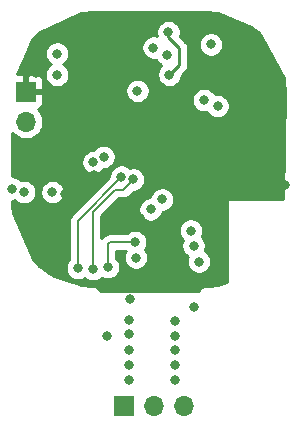
<source format=gbr>
G04 #@! TF.GenerationSoftware,KiCad,Pcbnew,(5.1.5)-3*
G04 #@! TF.CreationDate,2021-08-20T07:44:16+02:00*
G04 #@! TF.ProjectId,nRF52832_qfaa,6e524635-3238-4333-925f-716661612e6b,rev?*
G04 #@! TF.SameCoordinates,Original*
G04 #@! TF.FileFunction,Copper,L2,Inr*
G04 #@! TF.FilePolarity,Positive*
%FSLAX46Y46*%
G04 Gerber Fmt 4.6, Leading zero omitted, Abs format (unit mm)*
G04 Created by KiCad (PCBNEW (5.1.5)-3) date 2021-08-20 07:44:16*
%MOMM*%
%LPD*%
G04 APERTURE LIST*
%ADD10O,1.700000X1.700000*%
%ADD11R,1.700000X1.700000*%
%ADD12C,0.908000*%
%ADD13C,0.800000*%
%ADD14C,0.250000*%
%ADD15C,0.200000*%
%ADD16C,0.254000*%
G04 APERTURE END LIST*
D10*
X136271000Y-103632000D03*
D11*
X136271000Y-101092000D03*
D10*
X149631400Y-127685800D03*
X147091400Y-127685800D03*
D11*
X144551400Y-127685800D03*
D12*
X151301100Y-107803600D03*
X151301100Y-106603600D03*
X151301100Y-105403600D03*
X151301100Y-104203600D03*
X150101100Y-107803600D03*
X150101100Y-106603600D03*
X150101100Y-105403600D03*
X150101100Y-104203600D03*
X148901100Y-107803600D03*
X148901100Y-106603600D03*
X148901100Y-105403600D03*
X148901100Y-104203600D03*
X147701100Y-107803600D03*
X147701100Y-106603600D03*
X147701100Y-105403600D03*
X147701100Y-104203600D03*
D13*
X148259800Y-97967800D03*
X148412200Y-99669600D03*
X143992600Y-112090200D03*
X142901100Y-102303600D03*
X152401100Y-99303600D03*
X156801100Y-102703600D03*
X156801100Y-103703600D03*
X143401100Y-103503600D03*
X157601100Y-102303600D03*
X153501100Y-99303600D03*
X154254200Y-107950000D03*
X154254200Y-108966000D03*
X154254200Y-109905800D03*
X156946600Y-109855000D03*
X156946600Y-107975400D03*
X158191200Y-108966000D03*
X156946600Y-106908600D03*
X156210000Y-105994200D03*
X155321000Y-105105200D03*
X154254200Y-106883200D03*
X154601100Y-99103600D03*
X139598400Y-109728000D03*
X145973800Y-111760000D03*
X141224000Y-105460800D03*
X137363200Y-114147600D03*
X143611600Y-117221000D03*
X142011400Y-108127800D03*
X143179800Y-121742200D03*
X145059400Y-118668800D03*
X144983200Y-125501400D03*
X144983200Y-122961400D03*
X144983200Y-121615200D03*
X151084000Y-99004400D03*
X151257000Y-95275400D03*
X137160000Y-99466400D03*
X138404600Y-102565200D03*
X149860000Y-101346000D03*
X152501100Y-102303600D03*
X138506200Y-109601000D03*
X146837400Y-111048800D03*
X145592800Y-115138200D03*
X141986000Y-107061000D03*
X144983200Y-120421400D03*
X145719800Y-101015800D03*
X148920200Y-120472200D03*
X148920200Y-121742200D03*
X148920200Y-125526800D03*
X150545800Y-119354600D03*
X150926800Y-115468400D03*
X148920200Y-122961400D03*
X150469600Y-114147600D03*
X150241000Y-112852200D03*
X148920200Y-124256800D03*
X144983200Y-124231400D03*
X138912600Y-97869600D03*
X147066000Y-97358200D03*
X151942800Y-97078800D03*
X138912600Y-99669600D03*
X148336000Y-96037400D03*
X147802600Y-110210600D03*
X135077200Y-109296200D03*
X151358600Y-101803200D03*
X143205200Y-115951000D03*
X145516600Y-113817400D03*
X141935200Y-116103400D03*
X145338800Y-108508800D03*
X140665200Y-116027200D03*
X144348200Y-108280200D03*
X142849600Y-106603800D03*
X136118600Y-109601000D03*
D14*
X148336000Y-96037400D02*
X148336000Y-96494600D01*
X148336000Y-96494600D02*
X149250400Y-97409000D01*
X149250400Y-98831400D02*
X148412200Y-99669600D01*
X149250400Y-97409000D02*
X149250400Y-98831400D01*
D15*
X145516600Y-113817400D02*
X143357600Y-113817400D01*
X143205200Y-113969800D02*
X143205200Y-115951000D01*
X143357600Y-113817400D02*
X143205200Y-113969800D01*
X143840200Y-109397800D02*
X141935200Y-111302800D01*
X145338800Y-108585000D02*
X144526000Y-109397800D01*
X144526000Y-109397800D02*
X143840200Y-109397800D01*
X145338800Y-108508800D02*
X145338800Y-108585000D01*
X141935200Y-111302800D02*
X141935200Y-116103400D01*
X140665200Y-112014000D02*
X140665200Y-116027200D01*
X144348200Y-108280200D02*
X144348200Y-108331000D01*
X144348200Y-108331000D02*
X140665200Y-112014000D01*
D16*
G36*
X152413603Y-94407955D02*
G01*
X152546081Y-94437203D01*
X155314759Y-95571360D01*
X155927698Y-96039141D01*
X156116582Y-96232359D01*
X158101050Y-99967830D01*
X158165605Y-100295355D01*
X158216679Y-101107667D01*
X158077042Y-110134400D01*
X153416000Y-110134400D01*
X153391224Y-110136840D01*
X153367399Y-110144067D01*
X153345443Y-110155803D01*
X153326197Y-110171597D01*
X153310403Y-110190843D01*
X153298667Y-110212799D01*
X153291440Y-110236624D01*
X153289000Y-110261400D01*
X153289000Y-117175250D01*
X152545495Y-117442619D01*
X151767010Y-117523643D01*
X151612199Y-117526200D01*
X151543419Y-117526200D01*
X151511000Y-117523007D01*
X151460569Y-117527974D01*
X151381617Y-117535750D01*
X151257207Y-117573490D01*
X151142550Y-117634775D01*
X151042052Y-117717252D01*
X150959575Y-117817750D01*
X150898401Y-117932200D01*
X142522376Y-117932200D01*
X142461225Y-117817793D01*
X142378748Y-117717295D01*
X142278249Y-117634818D01*
X142163592Y-117573533D01*
X142039182Y-117535793D01*
X141909800Y-117523050D01*
X141901274Y-117523890D01*
X140930997Y-117453488D01*
X140733715Y-117409932D01*
X138669725Y-116680239D01*
X138197047Y-116417689D01*
X137551812Y-115925261D01*
X139630200Y-115925261D01*
X139630200Y-116129139D01*
X139669974Y-116329098D01*
X139747995Y-116517456D01*
X139861263Y-116686974D01*
X140005426Y-116831137D01*
X140174944Y-116944405D01*
X140363302Y-117022426D01*
X140563261Y-117062200D01*
X140767139Y-117062200D01*
X140967098Y-117022426D01*
X141155456Y-116944405D01*
X141249594Y-116881505D01*
X141275426Y-116907337D01*
X141444944Y-117020605D01*
X141633302Y-117098626D01*
X141833261Y-117138400D01*
X142037139Y-117138400D01*
X142237098Y-117098626D01*
X142425456Y-117020605D01*
X142594974Y-116907337D01*
X142666485Y-116835826D01*
X142714944Y-116868205D01*
X142903302Y-116946226D01*
X143103261Y-116986000D01*
X143307139Y-116986000D01*
X143507098Y-116946226D01*
X143695456Y-116868205D01*
X143864974Y-116754937D01*
X144009137Y-116610774D01*
X144122405Y-116441256D01*
X144200426Y-116252898D01*
X144240200Y-116052939D01*
X144240200Y-115849061D01*
X144200426Y-115649102D01*
X144122405Y-115460744D01*
X144009137Y-115291226D01*
X143940200Y-115222289D01*
X143940200Y-114552400D01*
X144739435Y-114552400D01*
X144675595Y-114647944D01*
X144597574Y-114836302D01*
X144557800Y-115036261D01*
X144557800Y-115240139D01*
X144597574Y-115440098D01*
X144675595Y-115628456D01*
X144788863Y-115797974D01*
X144933026Y-115942137D01*
X145102544Y-116055405D01*
X145290902Y-116133426D01*
X145490861Y-116173200D01*
X145694739Y-116173200D01*
X145894698Y-116133426D01*
X146083056Y-116055405D01*
X146252574Y-115942137D01*
X146396737Y-115797974D01*
X146510005Y-115628456D01*
X146588026Y-115440098D01*
X146627800Y-115240139D01*
X146627800Y-115036261D01*
X146588026Y-114836302D01*
X146510005Y-114647944D01*
X146396737Y-114478426D01*
X146350557Y-114432246D01*
X146433805Y-114307656D01*
X146511826Y-114119298D01*
X146551600Y-113919339D01*
X146551600Y-113715461D01*
X146511826Y-113515502D01*
X146433805Y-113327144D01*
X146320537Y-113157626D01*
X146176374Y-113013463D01*
X146006856Y-112900195D01*
X145818498Y-112822174D01*
X145618539Y-112782400D01*
X145414661Y-112782400D01*
X145214702Y-112822174D01*
X145026344Y-112900195D01*
X144856826Y-113013463D01*
X144787889Y-113082400D01*
X143393696Y-113082400D01*
X143357599Y-113078845D01*
X143321502Y-113082400D01*
X143321495Y-113082400D01*
X143227732Y-113091635D01*
X143213514Y-113093035D01*
X143181268Y-113102817D01*
X143074967Y-113135063D01*
X142947280Y-113203313D01*
X142835362Y-113295162D01*
X142812341Y-113323213D01*
X142711008Y-113424546D01*
X142682962Y-113447563D01*
X142670200Y-113463113D01*
X142670200Y-112750261D01*
X149206000Y-112750261D01*
X149206000Y-112954139D01*
X149245774Y-113154098D01*
X149323795Y-113342456D01*
X149437063Y-113511974D01*
X149564427Y-113639338D01*
X149552395Y-113657344D01*
X149474374Y-113845702D01*
X149434600Y-114045661D01*
X149434600Y-114249539D01*
X149474374Y-114449498D01*
X149552395Y-114637856D01*
X149665663Y-114807374D01*
X149809826Y-114951537D01*
X149974922Y-115061851D01*
X149931574Y-115166502D01*
X149891800Y-115366461D01*
X149891800Y-115570339D01*
X149931574Y-115770298D01*
X150009595Y-115958656D01*
X150122863Y-116128174D01*
X150267026Y-116272337D01*
X150436544Y-116385605D01*
X150624902Y-116463626D01*
X150824861Y-116503400D01*
X151028739Y-116503400D01*
X151228698Y-116463626D01*
X151417056Y-116385605D01*
X151586574Y-116272337D01*
X151730737Y-116128174D01*
X151844005Y-115958656D01*
X151922026Y-115770298D01*
X151961800Y-115570339D01*
X151961800Y-115366461D01*
X151922026Y-115166502D01*
X151844005Y-114978144D01*
X151730737Y-114808626D01*
X151586574Y-114664463D01*
X151421478Y-114554149D01*
X151464826Y-114449498D01*
X151504600Y-114249539D01*
X151504600Y-114045661D01*
X151464826Y-113845702D01*
X151386805Y-113657344D01*
X151273537Y-113487826D01*
X151146173Y-113360462D01*
X151158205Y-113342456D01*
X151236226Y-113154098D01*
X151276000Y-112954139D01*
X151276000Y-112750261D01*
X151236226Y-112550302D01*
X151158205Y-112361944D01*
X151044937Y-112192426D01*
X150900774Y-112048263D01*
X150731256Y-111934995D01*
X150542898Y-111856974D01*
X150342939Y-111817200D01*
X150139061Y-111817200D01*
X149939102Y-111856974D01*
X149750744Y-111934995D01*
X149581226Y-112048263D01*
X149437063Y-112192426D01*
X149323795Y-112361944D01*
X149245774Y-112550302D01*
X149206000Y-112750261D01*
X142670200Y-112750261D01*
X142670200Y-111607246D01*
X143330585Y-110946861D01*
X145802400Y-110946861D01*
X145802400Y-111150739D01*
X145842174Y-111350698D01*
X145920195Y-111539056D01*
X146033463Y-111708574D01*
X146177626Y-111852737D01*
X146347144Y-111966005D01*
X146535502Y-112044026D01*
X146735461Y-112083800D01*
X146939339Y-112083800D01*
X147139298Y-112044026D01*
X147327656Y-111966005D01*
X147497174Y-111852737D01*
X147641337Y-111708574D01*
X147754605Y-111539056D01*
X147832626Y-111350698D01*
X147853531Y-111245600D01*
X147904539Y-111245600D01*
X148104498Y-111205826D01*
X148292856Y-111127805D01*
X148462374Y-111014537D01*
X148606537Y-110870374D01*
X148719805Y-110700856D01*
X148797826Y-110512498D01*
X148837600Y-110312539D01*
X148837600Y-110108661D01*
X148797826Y-109908702D01*
X148719805Y-109720344D01*
X148606537Y-109550826D01*
X148462374Y-109406663D01*
X148292856Y-109293395D01*
X148104498Y-109215374D01*
X147904539Y-109175600D01*
X147700661Y-109175600D01*
X147500702Y-109215374D01*
X147312344Y-109293395D01*
X147142826Y-109406663D01*
X146998663Y-109550826D01*
X146885395Y-109720344D01*
X146807374Y-109908702D01*
X146786469Y-110013800D01*
X146735461Y-110013800D01*
X146535502Y-110053574D01*
X146347144Y-110131595D01*
X146177626Y-110244863D01*
X146033463Y-110389026D01*
X145920195Y-110558544D01*
X145842174Y-110746902D01*
X145802400Y-110946861D01*
X143330585Y-110946861D01*
X144144647Y-110132800D01*
X144489895Y-110132800D01*
X144526000Y-110136356D01*
X144562105Y-110132800D01*
X144670085Y-110122165D01*
X144808633Y-110080137D01*
X144936320Y-110011887D01*
X145048238Y-109920038D01*
X145071258Y-109891988D01*
X145419446Y-109543800D01*
X145440739Y-109543800D01*
X145640698Y-109504026D01*
X145829056Y-109426005D01*
X145998574Y-109312737D01*
X146142737Y-109168574D01*
X146256005Y-108999056D01*
X146334026Y-108810698D01*
X146373800Y-108610739D01*
X146373800Y-108406861D01*
X146334026Y-108206902D01*
X146256005Y-108018544D01*
X146142737Y-107849026D01*
X145998574Y-107704863D01*
X145829056Y-107591595D01*
X145640698Y-107513574D01*
X145440739Y-107473800D01*
X145236861Y-107473800D01*
X145043894Y-107512183D01*
X145007974Y-107476263D01*
X144838456Y-107362995D01*
X144650098Y-107284974D01*
X144450139Y-107245200D01*
X144246261Y-107245200D01*
X144046302Y-107284974D01*
X143857944Y-107362995D01*
X143688426Y-107476263D01*
X143544263Y-107620426D01*
X143430995Y-107789944D01*
X143352974Y-107978302D01*
X143313200Y-108178261D01*
X143313200Y-108326553D01*
X140171008Y-111468746D01*
X140142962Y-111491763D01*
X140051113Y-111603681D01*
X139982863Y-111731368D01*
X139972665Y-111764987D01*
X139940835Y-111869915D01*
X139926644Y-112014000D01*
X139930200Y-112050105D01*
X139930201Y-115298488D01*
X139861263Y-115367426D01*
X139747995Y-115536944D01*
X139669974Y-115725302D01*
X139630200Y-115925261D01*
X137551812Y-115925261D01*
X137416899Y-115822299D01*
X136843566Y-115235808D01*
X135167585Y-111384617D01*
X135127600Y-110748676D01*
X135127600Y-110331200D01*
X135179139Y-110331200D01*
X135350920Y-110297031D01*
X135458826Y-110404937D01*
X135628344Y-110518205D01*
X135816702Y-110596226D01*
X136016661Y-110636000D01*
X136220539Y-110636000D01*
X136420498Y-110596226D01*
X136608856Y-110518205D01*
X136778374Y-110404937D01*
X136922537Y-110260774D01*
X137035805Y-110091256D01*
X137113826Y-109902898D01*
X137153600Y-109702939D01*
X137153600Y-109499061D01*
X137471200Y-109499061D01*
X137471200Y-109702939D01*
X137510974Y-109902898D01*
X137588995Y-110091256D01*
X137702263Y-110260774D01*
X137846426Y-110404937D01*
X138015944Y-110518205D01*
X138204302Y-110596226D01*
X138404261Y-110636000D01*
X138608139Y-110636000D01*
X138808098Y-110596226D01*
X138996456Y-110518205D01*
X139165974Y-110404937D01*
X139310137Y-110260774D01*
X139423405Y-110091256D01*
X139501426Y-109902898D01*
X139541200Y-109702939D01*
X139541200Y-109499061D01*
X139501426Y-109299102D01*
X139423405Y-109110744D01*
X139310137Y-108941226D01*
X139165974Y-108797063D01*
X138996456Y-108683795D01*
X138808098Y-108605774D01*
X138608139Y-108566000D01*
X138404261Y-108566000D01*
X138204302Y-108605774D01*
X138015944Y-108683795D01*
X137846426Y-108797063D01*
X137702263Y-108941226D01*
X137588995Y-109110744D01*
X137510974Y-109299102D01*
X137471200Y-109499061D01*
X137153600Y-109499061D01*
X137113826Y-109299102D01*
X137035805Y-109110744D01*
X136922537Y-108941226D01*
X136778374Y-108797063D01*
X136608856Y-108683795D01*
X136420498Y-108605774D01*
X136220539Y-108566000D01*
X136016661Y-108566000D01*
X135844880Y-108600169D01*
X135736974Y-108492263D01*
X135567456Y-108378995D01*
X135379098Y-108300974D01*
X135179139Y-108261200D01*
X135127600Y-108261200D01*
X135127600Y-106959061D01*
X140951000Y-106959061D01*
X140951000Y-107162939D01*
X140990774Y-107362898D01*
X141068795Y-107551256D01*
X141182063Y-107720774D01*
X141326226Y-107864937D01*
X141495744Y-107978205D01*
X141684102Y-108056226D01*
X141884061Y-108096000D01*
X142087939Y-108096000D01*
X142287898Y-108056226D01*
X142476256Y-107978205D01*
X142645774Y-107864937D01*
X142789937Y-107720774D01*
X142844710Y-107638800D01*
X142951539Y-107638800D01*
X143151498Y-107599026D01*
X143339856Y-107521005D01*
X143509374Y-107407737D01*
X143653537Y-107263574D01*
X143766805Y-107094056D01*
X143844826Y-106905698D01*
X143884600Y-106705739D01*
X143884600Y-106501861D01*
X143844826Y-106301902D01*
X143766805Y-106113544D01*
X143653537Y-105944026D01*
X143509374Y-105799863D01*
X143339856Y-105686595D01*
X143151498Y-105608574D01*
X142951539Y-105568800D01*
X142747661Y-105568800D01*
X142547702Y-105608574D01*
X142359344Y-105686595D01*
X142189826Y-105799863D01*
X142045663Y-105944026D01*
X141990890Y-106026000D01*
X141884061Y-106026000D01*
X141684102Y-106065774D01*
X141495744Y-106143795D01*
X141326226Y-106257063D01*
X141182063Y-106401226D01*
X141068795Y-106570744D01*
X140990774Y-106759102D01*
X140951000Y-106959061D01*
X135127600Y-106959061D01*
X135127600Y-104588707D01*
X135324368Y-104785475D01*
X135567589Y-104947990D01*
X135837842Y-105059932D01*
X136124740Y-105117000D01*
X136417260Y-105117000D01*
X136704158Y-105059932D01*
X136974411Y-104947990D01*
X137217632Y-104785475D01*
X137424475Y-104578632D01*
X137586990Y-104335411D01*
X137698932Y-104065158D01*
X137756000Y-103778260D01*
X137756000Y-103485740D01*
X137698932Y-103198842D01*
X137586990Y-102928589D01*
X137424475Y-102685368D01*
X137292620Y-102553513D01*
X137365180Y-102531502D01*
X137475494Y-102472537D01*
X137572185Y-102393185D01*
X137651537Y-102296494D01*
X137710502Y-102186180D01*
X137746812Y-102066482D01*
X137759072Y-101942000D01*
X137756000Y-101377750D01*
X137597250Y-101219000D01*
X136398000Y-101219000D01*
X136398000Y-101239000D01*
X136144000Y-101239000D01*
X136144000Y-101219000D01*
X136124000Y-101219000D01*
X136124000Y-100965000D01*
X136144000Y-100965000D01*
X136144000Y-99765750D01*
X136398000Y-99765750D01*
X136398000Y-100965000D01*
X137597250Y-100965000D01*
X137648389Y-100913861D01*
X144684800Y-100913861D01*
X144684800Y-101117739D01*
X144724574Y-101317698D01*
X144802595Y-101506056D01*
X144915863Y-101675574D01*
X145060026Y-101819737D01*
X145229544Y-101933005D01*
X145417902Y-102011026D01*
X145617861Y-102050800D01*
X145821739Y-102050800D01*
X146021698Y-102011026D01*
X146210056Y-101933005D01*
X146379574Y-101819737D01*
X146498050Y-101701261D01*
X150323600Y-101701261D01*
X150323600Y-101905139D01*
X150363374Y-102105098D01*
X150441395Y-102293456D01*
X150554663Y-102462974D01*
X150698826Y-102607137D01*
X150868344Y-102720405D01*
X151056702Y-102798426D01*
X151256661Y-102838200D01*
X151460539Y-102838200D01*
X151595577Y-102811339D01*
X151697163Y-102963374D01*
X151841326Y-103107537D01*
X152010844Y-103220805D01*
X152199202Y-103298826D01*
X152399161Y-103338600D01*
X152603039Y-103338600D01*
X152802998Y-103298826D01*
X152991356Y-103220805D01*
X153160874Y-103107537D01*
X153305037Y-102963374D01*
X153418305Y-102793856D01*
X153496326Y-102605498D01*
X153536100Y-102405539D01*
X153536100Y-102201661D01*
X153496326Y-102001702D01*
X153418305Y-101813344D01*
X153305037Y-101643826D01*
X153160874Y-101499663D01*
X152991356Y-101386395D01*
X152802998Y-101308374D01*
X152603039Y-101268600D01*
X152399161Y-101268600D01*
X152264123Y-101295461D01*
X152162537Y-101143426D01*
X152018374Y-100999263D01*
X151848856Y-100885995D01*
X151660498Y-100807974D01*
X151460539Y-100768200D01*
X151256661Y-100768200D01*
X151056702Y-100807974D01*
X150868344Y-100885995D01*
X150698826Y-100999263D01*
X150554663Y-101143426D01*
X150441395Y-101312944D01*
X150363374Y-101501302D01*
X150323600Y-101701261D01*
X146498050Y-101701261D01*
X146523737Y-101675574D01*
X146637005Y-101506056D01*
X146715026Y-101317698D01*
X146754800Y-101117739D01*
X146754800Y-100913861D01*
X146715026Y-100713902D01*
X146637005Y-100525544D01*
X146523737Y-100356026D01*
X146379574Y-100211863D01*
X146210056Y-100098595D01*
X146021698Y-100020574D01*
X145821739Y-99980800D01*
X145617861Y-99980800D01*
X145417902Y-100020574D01*
X145229544Y-100098595D01*
X145060026Y-100211863D01*
X144915863Y-100356026D01*
X144802595Y-100525544D01*
X144724574Y-100713902D01*
X144684800Y-100913861D01*
X137648389Y-100913861D01*
X137756000Y-100806250D01*
X137759072Y-100242000D01*
X137746812Y-100117518D01*
X137710502Y-99997820D01*
X137651537Y-99887506D01*
X137572185Y-99790815D01*
X137475494Y-99711463D01*
X137365180Y-99652498D01*
X137245482Y-99616188D01*
X137121000Y-99603928D01*
X136556750Y-99607000D01*
X136398000Y-99765750D01*
X136144000Y-99765750D01*
X135985250Y-99607000D01*
X135508898Y-99604407D01*
X136323023Y-97767661D01*
X137877600Y-97767661D01*
X137877600Y-97971539D01*
X137917374Y-98171498D01*
X137995395Y-98359856D01*
X138108663Y-98529374D01*
X138252826Y-98673537D01*
X138396595Y-98769600D01*
X138252826Y-98865663D01*
X138108663Y-99009826D01*
X137995395Y-99179344D01*
X137917374Y-99367702D01*
X137877600Y-99567661D01*
X137877600Y-99771539D01*
X137917374Y-99971498D01*
X137995395Y-100159856D01*
X138108663Y-100329374D01*
X138252826Y-100473537D01*
X138422344Y-100586805D01*
X138610702Y-100664826D01*
X138810661Y-100704600D01*
X139014539Y-100704600D01*
X139214498Y-100664826D01*
X139402856Y-100586805D01*
X139572374Y-100473537D01*
X139716537Y-100329374D01*
X139829805Y-100159856D01*
X139907826Y-99971498D01*
X139947600Y-99771539D01*
X139947600Y-99567661D01*
X139907826Y-99367702D01*
X139829805Y-99179344D01*
X139716537Y-99009826D01*
X139572374Y-98865663D01*
X139428605Y-98769600D01*
X139572374Y-98673537D01*
X139716537Y-98529374D01*
X139829805Y-98359856D01*
X139907826Y-98171498D01*
X139947600Y-97971539D01*
X139947600Y-97767661D01*
X139907826Y-97567702D01*
X139829805Y-97379344D01*
X139747564Y-97256261D01*
X146031000Y-97256261D01*
X146031000Y-97460139D01*
X146070774Y-97660098D01*
X146148795Y-97848456D01*
X146262063Y-98017974D01*
X146406226Y-98162137D01*
X146575744Y-98275405D01*
X146764102Y-98353426D01*
X146964061Y-98393200D01*
X147167939Y-98393200D01*
X147304481Y-98366040D01*
X147342595Y-98458056D01*
X147455863Y-98627574D01*
X147600026Y-98771737D01*
X147747688Y-98870401D01*
X147608263Y-99009826D01*
X147494995Y-99179344D01*
X147416974Y-99367702D01*
X147377200Y-99567661D01*
X147377200Y-99771539D01*
X147416974Y-99971498D01*
X147494995Y-100159856D01*
X147608263Y-100329374D01*
X147752426Y-100473537D01*
X147921944Y-100586805D01*
X148110302Y-100664826D01*
X148310261Y-100704600D01*
X148514139Y-100704600D01*
X148714098Y-100664826D01*
X148902456Y-100586805D01*
X149071974Y-100473537D01*
X149216137Y-100329374D01*
X149329405Y-100159856D01*
X149407426Y-99971498D01*
X149447200Y-99771539D01*
X149447200Y-99709402D01*
X149761403Y-99395199D01*
X149790401Y-99371401D01*
X149885374Y-99255676D01*
X149955946Y-99123647D01*
X149999403Y-98980386D01*
X150010400Y-98868733D01*
X150010400Y-98868723D01*
X150014076Y-98831400D01*
X150010400Y-98794077D01*
X150010400Y-97446323D01*
X150014076Y-97409000D01*
X150010400Y-97371677D01*
X150010400Y-97371667D01*
X149999403Y-97260014D01*
X149955946Y-97116753D01*
X149941680Y-97090063D01*
X149885374Y-96984723D01*
X149878922Y-96976861D01*
X150907800Y-96976861D01*
X150907800Y-97180739D01*
X150947574Y-97380698D01*
X151025595Y-97569056D01*
X151138863Y-97738574D01*
X151283026Y-97882737D01*
X151452544Y-97996005D01*
X151640902Y-98074026D01*
X151840861Y-98113800D01*
X152044739Y-98113800D01*
X152244698Y-98074026D01*
X152433056Y-97996005D01*
X152602574Y-97882737D01*
X152746737Y-97738574D01*
X152860005Y-97569056D01*
X152938026Y-97380698D01*
X152977800Y-97180739D01*
X152977800Y-96976861D01*
X152938026Y-96776902D01*
X152860005Y-96588544D01*
X152746737Y-96419026D01*
X152602574Y-96274863D01*
X152433056Y-96161595D01*
X152244698Y-96083574D01*
X152044739Y-96043800D01*
X151840861Y-96043800D01*
X151640902Y-96083574D01*
X151452544Y-96161595D01*
X151283026Y-96274863D01*
X151138863Y-96419026D01*
X151025595Y-96588544D01*
X150947574Y-96776902D01*
X150907800Y-96976861D01*
X149878922Y-96976861D01*
X149814199Y-96897997D01*
X149790401Y-96868999D01*
X149761404Y-96845202D01*
X149309046Y-96392845D01*
X149331226Y-96339298D01*
X149371000Y-96139339D01*
X149371000Y-95935461D01*
X149331226Y-95735502D01*
X149253205Y-95547144D01*
X149139937Y-95377626D01*
X148995774Y-95233463D01*
X148826256Y-95120195D01*
X148637898Y-95042174D01*
X148437939Y-95002400D01*
X148234061Y-95002400D01*
X148034102Y-95042174D01*
X147845744Y-95120195D01*
X147676226Y-95233463D01*
X147532063Y-95377626D01*
X147418795Y-95547144D01*
X147340774Y-95735502D01*
X147301000Y-95935461D01*
X147301000Y-96139339D01*
X147340774Y-96339298D01*
X147349026Y-96359220D01*
X147167939Y-96323200D01*
X146964061Y-96323200D01*
X146764102Y-96362974D01*
X146575744Y-96440995D01*
X146406226Y-96554263D01*
X146262063Y-96698426D01*
X146148795Y-96867944D01*
X146070774Y-97056302D01*
X146031000Y-97256261D01*
X139747564Y-97256261D01*
X139716537Y-97209826D01*
X139572374Y-97065663D01*
X139402856Y-96952395D01*
X139214498Y-96874374D01*
X139014539Y-96834600D01*
X138810661Y-96834600D01*
X138610702Y-96874374D01*
X138422344Y-96952395D01*
X138252826Y-97065663D01*
X138108663Y-97209826D01*
X137995395Y-97379344D01*
X137917374Y-97567702D01*
X137877600Y-97767661D01*
X136323023Y-97767661D01*
X136827199Y-96630191D01*
X136831541Y-96624502D01*
X137432822Y-96036710D01*
X140976541Y-94408515D01*
X141087755Y-94386595D01*
X141905167Y-94335200D01*
X151410894Y-94335200D01*
X152413603Y-94407955D01*
G37*
X152413603Y-94407955D02*
X152546081Y-94437203D01*
X155314759Y-95571360D01*
X155927698Y-96039141D01*
X156116582Y-96232359D01*
X158101050Y-99967830D01*
X158165605Y-100295355D01*
X158216679Y-101107667D01*
X158077042Y-110134400D01*
X153416000Y-110134400D01*
X153391224Y-110136840D01*
X153367399Y-110144067D01*
X153345443Y-110155803D01*
X153326197Y-110171597D01*
X153310403Y-110190843D01*
X153298667Y-110212799D01*
X153291440Y-110236624D01*
X153289000Y-110261400D01*
X153289000Y-117175250D01*
X152545495Y-117442619D01*
X151767010Y-117523643D01*
X151612199Y-117526200D01*
X151543419Y-117526200D01*
X151511000Y-117523007D01*
X151460569Y-117527974D01*
X151381617Y-117535750D01*
X151257207Y-117573490D01*
X151142550Y-117634775D01*
X151042052Y-117717252D01*
X150959575Y-117817750D01*
X150898401Y-117932200D01*
X142522376Y-117932200D01*
X142461225Y-117817793D01*
X142378748Y-117717295D01*
X142278249Y-117634818D01*
X142163592Y-117573533D01*
X142039182Y-117535793D01*
X141909800Y-117523050D01*
X141901274Y-117523890D01*
X140930997Y-117453488D01*
X140733715Y-117409932D01*
X138669725Y-116680239D01*
X138197047Y-116417689D01*
X137551812Y-115925261D01*
X139630200Y-115925261D01*
X139630200Y-116129139D01*
X139669974Y-116329098D01*
X139747995Y-116517456D01*
X139861263Y-116686974D01*
X140005426Y-116831137D01*
X140174944Y-116944405D01*
X140363302Y-117022426D01*
X140563261Y-117062200D01*
X140767139Y-117062200D01*
X140967098Y-117022426D01*
X141155456Y-116944405D01*
X141249594Y-116881505D01*
X141275426Y-116907337D01*
X141444944Y-117020605D01*
X141633302Y-117098626D01*
X141833261Y-117138400D01*
X142037139Y-117138400D01*
X142237098Y-117098626D01*
X142425456Y-117020605D01*
X142594974Y-116907337D01*
X142666485Y-116835826D01*
X142714944Y-116868205D01*
X142903302Y-116946226D01*
X143103261Y-116986000D01*
X143307139Y-116986000D01*
X143507098Y-116946226D01*
X143695456Y-116868205D01*
X143864974Y-116754937D01*
X144009137Y-116610774D01*
X144122405Y-116441256D01*
X144200426Y-116252898D01*
X144240200Y-116052939D01*
X144240200Y-115849061D01*
X144200426Y-115649102D01*
X144122405Y-115460744D01*
X144009137Y-115291226D01*
X143940200Y-115222289D01*
X143940200Y-114552400D01*
X144739435Y-114552400D01*
X144675595Y-114647944D01*
X144597574Y-114836302D01*
X144557800Y-115036261D01*
X144557800Y-115240139D01*
X144597574Y-115440098D01*
X144675595Y-115628456D01*
X144788863Y-115797974D01*
X144933026Y-115942137D01*
X145102544Y-116055405D01*
X145290902Y-116133426D01*
X145490861Y-116173200D01*
X145694739Y-116173200D01*
X145894698Y-116133426D01*
X146083056Y-116055405D01*
X146252574Y-115942137D01*
X146396737Y-115797974D01*
X146510005Y-115628456D01*
X146588026Y-115440098D01*
X146627800Y-115240139D01*
X146627800Y-115036261D01*
X146588026Y-114836302D01*
X146510005Y-114647944D01*
X146396737Y-114478426D01*
X146350557Y-114432246D01*
X146433805Y-114307656D01*
X146511826Y-114119298D01*
X146551600Y-113919339D01*
X146551600Y-113715461D01*
X146511826Y-113515502D01*
X146433805Y-113327144D01*
X146320537Y-113157626D01*
X146176374Y-113013463D01*
X146006856Y-112900195D01*
X145818498Y-112822174D01*
X145618539Y-112782400D01*
X145414661Y-112782400D01*
X145214702Y-112822174D01*
X145026344Y-112900195D01*
X144856826Y-113013463D01*
X144787889Y-113082400D01*
X143393696Y-113082400D01*
X143357599Y-113078845D01*
X143321502Y-113082400D01*
X143321495Y-113082400D01*
X143227732Y-113091635D01*
X143213514Y-113093035D01*
X143181268Y-113102817D01*
X143074967Y-113135063D01*
X142947280Y-113203313D01*
X142835362Y-113295162D01*
X142812341Y-113323213D01*
X142711008Y-113424546D01*
X142682962Y-113447563D01*
X142670200Y-113463113D01*
X142670200Y-112750261D01*
X149206000Y-112750261D01*
X149206000Y-112954139D01*
X149245774Y-113154098D01*
X149323795Y-113342456D01*
X149437063Y-113511974D01*
X149564427Y-113639338D01*
X149552395Y-113657344D01*
X149474374Y-113845702D01*
X149434600Y-114045661D01*
X149434600Y-114249539D01*
X149474374Y-114449498D01*
X149552395Y-114637856D01*
X149665663Y-114807374D01*
X149809826Y-114951537D01*
X149974922Y-115061851D01*
X149931574Y-115166502D01*
X149891800Y-115366461D01*
X149891800Y-115570339D01*
X149931574Y-115770298D01*
X150009595Y-115958656D01*
X150122863Y-116128174D01*
X150267026Y-116272337D01*
X150436544Y-116385605D01*
X150624902Y-116463626D01*
X150824861Y-116503400D01*
X151028739Y-116503400D01*
X151228698Y-116463626D01*
X151417056Y-116385605D01*
X151586574Y-116272337D01*
X151730737Y-116128174D01*
X151844005Y-115958656D01*
X151922026Y-115770298D01*
X151961800Y-115570339D01*
X151961800Y-115366461D01*
X151922026Y-115166502D01*
X151844005Y-114978144D01*
X151730737Y-114808626D01*
X151586574Y-114664463D01*
X151421478Y-114554149D01*
X151464826Y-114449498D01*
X151504600Y-114249539D01*
X151504600Y-114045661D01*
X151464826Y-113845702D01*
X151386805Y-113657344D01*
X151273537Y-113487826D01*
X151146173Y-113360462D01*
X151158205Y-113342456D01*
X151236226Y-113154098D01*
X151276000Y-112954139D01*
X151276000Y-112750261D01*
X151236226Y-112550302D01*
X151158205Y-112361944D01*
X151044937Y-112192426D01*
X150900774Y-112048263D01*
X150731256Y-111934995D01*
X150542898Y-111856974D01*
X150342939Y-111817200D01*
X150139061Y-111817200D01*
X149939102Y-111856974D01*
X149750744Y-111934995D01*
X149581226Y-112048263D01*
X149437063Y-112192426D01*
X149323795Y-112361944D01*
X149245774Y-112550302D01*
X149206000Y-112750261D01*
X142670200Y-112750261D01*
X142670200Y-111607246D01*
X143330585Y-110946861D01*
X145802400Y-110946861D01*
X145802400Y-111150739D01*
X145842174Y-111350698D01*
X145920195Y-111539056D01*
X146033463Y-111708574D01*
X146177626Y-111852737D01*
X146347144Y-111966005D01*
X146535502Y-112044026D01*
X146735461Y-112083800D01*
X146939339Y-112083800D01*
X147139298Y-112044026D01*
X147327656Y-111966005D01*
X147497174Y-111852737D01*
X147641337Y-111708574D01*
X147754605Y-111539056D01*
X147832626Y-111350698D01*
X147853531Y-111245600D01*
X147904539Y-111245600D01*
X148104498Y-111205826D01*
X148292856Y-111127805D01*
X148462374Y-111014537D01*
X148606537Y-110870374D01*
X148719805Y-110700856D01*
X148797826Y-110512498D01*
X148837600Y-110312539D01*
X148837600Y-110108661D01*
X148797826Y-109908702D01*
X148719805Y-109720344D01*
X148606537Y-109550826D01*
X148462374Y-109406663D01*
X148292856Y-109293395D01*
X148104498Y-109215374D01*
X147904539Y-109175600D01*
X147700661Y-109175600D01*
X147500702Y-109215374D01*
X147312344Y-109293395D01*
X147142826Y-109406663D01*
X146998663Y-109550826D01*
X146885395Y-109720344D01*
X146807374Y-109908702D01*
X146786469Y-110013800D01*
X146735461Y-110013800D01*
X146535502Y-110053574D01*
X146347144Y-110131595D01*
X146177626Y-110244863D01*
X146033463Y-110389026D01*
X145920195Y-110558544D01*
X145842174Y-110746902D01*
X145802400Y-110946861D01*
X143330585Y-110946861D01*
X144144647Y-110132800D01*
X144489895Y-110132800D01*
X144526000Y-110136356D01*
X144562105Y-110132800D01*
X144670085Y-110122165D01*
X144808633Y-110080137D01*
X144936320Y-110011887D01*
X145048238Y-109920038D01*
X145071258Y-109891988D01*
X145419446Y-109543800D01*
X145440739Y-109543800D01*
X145640698Y-109504026D01*
X145829056Y-109426005D01*
X145998574Y-109312737D01*
X146142737Y-109168574D01*
X146256005Y-108999056D01*
X146334026Y-108810698D01*
X146373800Y-108610739D01*
X146373800Y-108406861D01*
X146334026Y-108206902D01*
X146256005Y-108018544D01*
X146142737Y-107849026D01*
X145998574Y-107704863D01*
X145829056Y-107591595D01*
X145640698Y-107513574D01*
X145440739Y-107473800D01*
X145236861Y-107473800D01*
X145043894Y-107512183D01*
X145007974Y-107476263D01*
X144838456Y-107362995D01*
X144650098Y-107284974D01*
X144450139Y-107245200D01*
X144246261Y-107245200D01*
X144046302Y-107284974D01*
X143857944Y-107362995D01*
X143688426Y-107476263D01*
X143544263Y-107620426D01*
X143430995Y-107789944D01*
X143352974Y-107978302D01*
X143313200Y-108178261D01*
X143313200Y-108326553D01*
X140171008Y-111468746D01*
X140142962Y-111491763D01*
X140051113Y-111603681D01*
X139982863Y-111731368D01*
X139972665Y-111764987D01*
X139940835Y-111869915D01*
X139926644Y-112014000D01*
X139930200Y-112050105D01*
X139930201Y-115298488D01*
X139861263Y-115367426D01*
X139747995Y-115536944D01*
X139669974Y-115725302D01*
X139630200Y-115925261D01*
X137551812Y-115925261D01*
X137416899Y-115822299D01*
X136843566Y-115235808D01*
X135167585Y-111384617D01*
X135127600Y-110748676D01*
X135127600Y-110331200D01*
X135179139Y-110331200D01*
X135350920Y-110297031D01*
X135458826Y-110404937D01*
X135628344Y-110518205D01*
X135816702Y-110596226D01*
X136016661Y-110636000D01*
X136220539Y-110636000D01*
X136420498Y-110596226D01*
X136608856Y-110518205D01*
X136778374Y-110404937D01*
X136922537Y-110260774D01*
X137035805Y-110091256D01*
X137113826Y-109902898D01*
X137153600Y-109702939D01*
X137153600Y-109499061D01*
X137471200Y-109499061D01*
X137471200Y-109702939D01*
X137510974Y-109902898D01*
X137588995Y-110091256D01*
X137702263Y-110260774D01*
X137846426Y-110404937D01*
X138015944Y-110518205D01*
X138204302Y-110596226D01*
X138404261Y-110636000D01*
X138608139Y-110636000D01*
X138808098Y-110596226D01*
X138996456Y-110518205D01*
X139165974Y-110404937D01*
X139310137Y-110260774D01*
X139423405Y-110091256D01*
X139501426Y-109902898D01*
X139541200Y-109702939D01*
X139541200Y-109499061D01*
X139501426Y-109299102D01*
X139423405Y-109110744D01*
X139310137Y-108941226D01*
X139165974Y-108797063D01*
X138996456Y-108683795D01*
X138808098Y-108605774D01*
X138608139Y-108566000D01*
X138404261Y-108566000D01*
X138204302Y-108605774D01*
X138015944Y-108683795D01*
X137846426Y-108797063D01*
X137702263Y-108941226D01*
X137588995Y-109110744D01*
X137510974Y-109299102D01*
X137471200Y-109499061D01*
X137153600Y-109499061D01*
X137113826Y-109299102D01*
X137035805Y-109110744D01*
X136922537Y-108941226D01*
X136778374Y-108797063D01*
X136608856Y-108683795D01*
X136420498Y-108605774D01*
X136220539Y-108566000D01*
X136016661Y-108566000D01*
X135844880Y-108600169D01*
X135736974Y-108492263D01*
X135567456Y-108378995D01*
X135379098Y-108300974D01*
X135179139Y-108261200D01*
X135127600Y-108261200D01*
X135127600Y-106959061D01*
X140951000Y-106959061D01*
X140951000Y-107162939D01*
X140990774Y-107362898D01*
X141068795Y-107551256D01*
X141182063Y-107720774D01*
X141326226Y-107864937D01*
X141495744Y-107978205D01*
X141684102Y-108056226D01*
X141884061Y-108096000D01*
X142087939Y-108096000D01*
X142287898Y-108056226D01*
X142476256Y-107978205D01*
X142645774Y-107864937D01*
X142789937Y-107720774D01*
X142844710Y-107638800D01*
X142951539Y-107638800D01*
X143151498Y-107599026D01*
X143339856Y-107521005D01*
X143509374Y-107407737D01*
X143653537Y-107263574D01*
X143766805Y-107094056D01*
X143844826Y-106905698D01*
X143884600Y-106705739D01*
X143884600Y-106501861D01*
X143844826Y-106301902D01*
X143766805Y-106113544D01*
X143653537Y-105944026D01*
X143509374Y-105799863D01*
X143339856Y-105686595D01*
X143151498Y-105608574D01*
X142951539Y-105568800D01*
X142747661Y-105568800D01*
X142547702Y-105608574D01*
X142359344Y-105686595D01*
X142189826Y-105799863D01*
X142045663Y-105944026D01*
X141990890Y-106026000D01*
X141884061Y-106026000D01*
X141684102Y-106065774D01*
X141495744Y-106143795D01*
X141326226Y-106257063D01*
X141182063Y-106401226D01*
X141068795Y-106570744D01*
X140990774Y-106759102D01*
X140951000Y-106959061D01*
X135127600Y-106959061D01*
X135127600Y-104588707D01*
X135324368Y-104785475D01*
X135567589Y-104947990D01*
X135837842Y-105059932D01*
X136124740Y-105117000D01*
X136417260Y-105117000D01*
X136704158Y-105059932D01*
X136974411Y-104947990D01*
X137217632Y-104785475D01*
X137424475Y-104578632D01*
X137586990Y-104335411D01*
X137698932Y-104065158D01*
X137756000Y-103778260D01*
X137756000Y-103485740D01*
X137698932Y-103198842D01*
X137586990Y-102928589D01*
X137424475Y-102685368D01*
X137292620Y-102553513D01*
X137365180Y-102531502D01*
X137475494Y-102472537D01*
X137572185Y-102393185D01*
X137651537Y-102296494D01*
X137710502Y-102186180D01*
X137746812Y-102066482D01*
X137759072Y-101942000D01*
X137756000Y-101377750D01*
X137597250Y-101219000D01*
X136398000Y-101219000D01*
X136398000Y-101239000D01*
X136144000Y-101239000D01*
X136144000Y-101219000D01*
X136124000Y-101219000D01*
X136124000Y-100965000D01*
X136144000Y-100965000D01*
X136144000Y-99765750D01*
X136398000Y-99765750D01*
X136398000Y-100965000D01*
X137597250Y-100965000D01*
X137648389Y-100913861D01*
X144684800Y-100913861D01*
X144684800Y-101117739D01*
X144724574Y-101317698D01*
X144802595Y-101506056D01*
X144915863Y-101675574D01*
X145060026Y-101819737D01*
X145229544Y-101933005D01*
X145417902Y-102011026D01*
X145617861Y-102050800D01*
X145821739Y-102050800D01*
X146021698Y-102011026D01*
X146210056Y-101933005D01*
X146379574Y-101819737D01*
X146498050Y-101701261D01*
X150323600Y-101701261D01*
X150323600Y-101905139D01*
X150363374Y-102105098D01*
X150441395Y-102293456D01*
X150554663Y-102462974D01*
X150698826Y-102607137D01*
X150868344Y-102720405D01*
X151056702Y-102798426D01*
X151256661Y-102838200D01*
X151460539Y-102838200D01*
X151595577Y-102811339D01*
X151697163Y-102963374D01*
X151841326Y-103107537D01*
X152010844Y-103220805D01*
X152199202Y-103298826D01*
X152399161Y-103338600D01*
X152603039Y-103338600D01*
X152802998Y-103298826D01*
X152991356Y-103220805D01*
X153160874Y-103107537D01*
X153305037Y-102963374D01*
X153418305Y-102793856D01*
X153496326Y-102605498D01*
X153536100Y-102405539D01*
X153536100Y-102201661D01*
X153496326Y-102001702D01*
X153418305Y-101813344D01*
X153305037Y-101643826D01*
X153160874Y-101499663D01*
X152991356Y-101386395D01*
X152802998Y-101308374D01*
X152603039Y-101268600D01*
X152399161Y-101268600D01*
X152264123Y-101295461D01*
X152162537Y-101143426D01*
X152018374Y-100999263D01*
X151848856Y-100885995D01*
X151660498Y-100807974D01*
X151460539Y-100768200D01*
X151256661Y-100768200D01*
X151056702Y-100807974D01*
X150868344Y-100885995D01*
X150698826Y-100999263D01*
X150554663Y-101143426D01*
X150441395Y-101312944D01*
X150363374Y-101501302D01*
X150323600Y-101701261D01*
X146498050Y-101701261D01*
X146523737Y-101675574D01*
X146637005Y-101506056D01*
X146715026Y-101317698D01*
X146754800Y-101117739D01*
X146754800Y-100913861D01*
X146715026Y-100713902D01*
X146637005Y-100525544D01*
X146523737Y-100356026D01*
X146379574Y-100211863D01*
X146210056Y-100098595D01*
X146021698Y-100020574D01*
X145821739Y-99980800D01*
X145617861Y-99980800D01*
X145417902Y-100020574D01*
X145229544Y-100098595D01*
X145060026Y-100211863D01*
X144915863Y-100356026D01*
X144802595Y-100525544D01*
X144724574Y-100713902D01*
X144684800Y-100913861D01*
X137648389Y-100913861D01*
X137756000Y-100806250D01*
X137759072Y-100242000D01*
X137746812Y-100117518D01*
X137710502Y-99997820D01*
X137651537Y-99887506D01*
X137572185Y-99790815D01*
X137475494Y-99711463D01*
X137365180Y-99652498D01*
X137245482Y-99616188D01*
X137121000Y-99603928D01*
X136556750Y-99607000D01*
X136398000Y-99765750D01*
X136144000Y-99765750D01*
X135985250Y-99607000D01*
X135508898Y-99604407D01*
X136323023Y-97767661D01*
X137877600Y-97767661D01*
X137877600Y-97971539D01*
X137917374Y-98171498D01*
X137995395Y-98359856D01*
X138108663Y-98529374D01*
X138252826Y-98673537D01*
X138396595Y-98769600D01*
X138252826Y-98865663D01*
X138108663Y-99009826D01*
X137995395Y-99179344D01*
X137917374Y-99367702D01*
X137877600Y-99567661D01*
X137877600Y-99771539D01*
X137917374Y-99971498D01*
X137995395Y-100159856D01*
X138108663Y-100329374D01*
X138252826Y-100473537D01*
X138422344Y-100586805D01*
X138610702Y-100664826D01*
X138810661Y-100704600D01*
X139014539Y-100704600D01*
X139214498Y-100664826D01*
X139402856Y-100586805D01*
X139572374Y-100473537D01*
X139716537Y-100329374D01*
X139829805Y-100159856D01*
X139907826Y-99971498D01*
X139947600Y-99771539D01*
X139947600Y-99567661D01*
X139907826Y-99367702D01*
X139829805Y-99179344D01*
X139716537Y-99009826D01*
X139572374Y-98865663D01*
X139428605Y-98769600D01*
X139572374Y-98673537D01*
X139716537Y-98529374D01*
X139829805Y-98359856D01*
X139907826Y-98171498D01*
X139947600Y-97971539D01*
X139947600Y-97767661D01*
X139907826Y-97567702D01*
X139829805Y-97379344D01*
X139747564Y-97256261D01*
X146031000Y-97256261D01*
X146031000Y-97460139D01*
X146070774Y-97660098D01*
X146148795Y-97848456D01*
X146262063Y-98017974D01*
X146406226Y-98162137D01*
X146575744Y-98275405D01*
X146764102Y-98353426D01*
X146964061Y-98393200D01*
X147167939Y-98393200D01*
X147304481Y-98366040D01*
X147342595Y-98458056D01*
X147455863Y-98627574D01*
X147600026Y-98771737D01*
X147747688Y-98870401D01*
X147608263Y-99009826D01*
X147494995Y-99179344D01*
X147416974Y-99367702D01*
X147377200Y-99567661D01*
X147377200Y-99771539D01*
X147416974Y-99971498D01*
X147494995Y-100159856D01*
X147608263Y-100329374D01*
X147752426Y-100473537D01*
X147921944Y-100586805D01*
X148110302Y-100664826D01*
X148310261Y-100704600D01*
X148514139Y-100704600D01*
X148714098Y-100664826D01*
X148902456Y-100586805D01*
X149071974Y-100473537D01*
X149216137Y-100329374D01*
X149329405Y-100159856D01*
X149407426Y-99971498D01*
X149447200Y-99771539D01*
X149447200Y-99709402D01*
X149761403Y-99395199D01*
X149790401Y-99371401D01*
X149885374Y-99255676D01*
X149955946Y-99123647D01*
X149999403Y-98980386D01*
X150010400Y-98868733D01*
X150010400Y-98868723D01*
X150014076Y-98831400D01*
X150010400Y-98794077D01*
X150010400Y-97446323D01*
X150014076Y-97409000D01*
X150010400Y-97371677D01*
X150010400Y-97371667D01*
X149999403Y-97260014D01*
X149955946Y-97116753D01*
X149941680Y-97090063D01*
X149885374Y-96984723D01*
X149878922Y-96976861D01*
X150907800Y-96976861D01*
X150907800Y-97180739D01*
X150947574Y-97380698D01*
X151025595Y-97569056D01*
X151138863Y-97738574D01*
X151283026Y-97882737D01*
X151452544Y-97996005D01*
X151640902Y-98074026D01*
X151840861Y-98113800D01*
X152044739Y-98113800D01*
X152244698Y-98074026D01*
X152433056Y-97996005D01*
X152602574Y-97882737D01*
X152746737Y-97738574D01*
X152860005Y-97569056D01*
X152938026Y-97380698D01*
X152977800Y-97180739D01*
X152977800Y-96976861D01*
X152938026Y-96776902D01*
X152860005Y-96588544D01*
X152746737Y-96419026D01*
X152602574Y-96274863D01*
X152433056Y-96161595D01*
X152244698Y-96083574D01*
X152044739Y-96043800D01*
X151840861Y-96043800D01*
X151640902Y-96083574D01*
X151452544Y-96161595D01*
X151283026Y-96274863D01*
X151138863Y-96419026D01*
X151025595Y-96588544D01*
X150947574Y-96776902D01*
X150907800Y-96976861D01*
X149878922Y-96976861D01*
X149814199Y-96897997D01*
X149790401Y-96868999D01*
X149761404Y-96845202D01*
X149309046Y-96392845D01*
X149331226Y-96339298D01*
X149371000Y-96139339D01*
X149371000Y-95935461D01*
X149331226Y-95735502D01*
X149253205Y-95547144D01*
X149139937Y-95377626D01*
X148995774Y-95233463D01*
X148826256Y-95120195D01*
X148637898Y-95042174D01*
X148437939Y-95002400D01*
X148234061Y-95002400D01*
X148034102Y-95042174D01*
X147845744Y-95120195D01*
X147676226Y-95233463D01*
X147532063Y-95377626D01*
X147418795Y-95547144D01*
X147340774Y-95735502D01*
X147301000Y-95935461D01*
X147301000Y-96139339D01*
X147340774Y-96339298D01*
X147349026Y-96359220D01*
X147167939Y-96323200D01*
X146964061Y-96323200D01*
X146764102Y-96362974D01*
X146575744Y-96440995D01*
X146406226Y-96554263D01*
X146262063Y-96698426D01*
X146148795Y-96867944D01*
X146070774Y-97056302D01*
X146031000Y-97256261D01*
X139747564Y-97256261D01*
X139716537Y-97209826D01*
X139572374Y-97065663D01*
X139402856Y-96952395D01*
X139214498Y-96874374D01*
X139014539Y-96834600D01*
X138810661Y-96834600D01*
X138610702Y-96874374D01*
X138422344Y-96952395D01*
X138252826Y-97065663D01*
X138108663Y-97209826D01*
X137995395Y-97379344D01*
X137917374Y-97567702D01*
X137877600Y-97767661D01*
X136323023Y-97767661D01*
X136827199Y-96630191D01*
X136831541Y-96624502D01*
X137432822Y-96036710D01*
X140976541Y-94408515D01*
X141087755Y-94386595D01*
X141905167Y-94335200D01*
X151410894Y-94335200D01*
X152413603Y-94407955D01*
M02*

</source>
